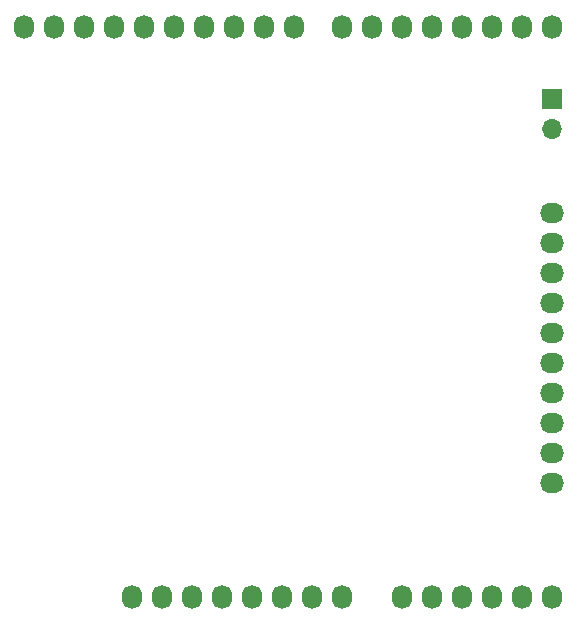
<source format=gbr>
G04 #@! TF.GenerationSoftware,KiCad,Pcbnew,(5.1.9-0-10_14)*
G04 #@! TF.CreationDate,2021-01-31T13:48:18+01:00*
G04 #@! TF.ProjectId,SX1280-Shield,53583132-3830-42d5-9368-69656c642e6b,rev?*
G04 #@! TF.SameCoordinates,Original*
G04 #@! TF.FileFunction,Soldermask,Bot*
G04 #@! TF.FilePolarity,Negative*
%FSLAX46Y46*%
G04 Gerber Fmt 4.6, Leading zero omitted, Abs format (unit mm)*
G04 Created by KiCad (PCBNEW (5.1.9-0-10_14)) date 2021-01-31 13:48:18*
%MOMM*%
%LPD*%
G01*
G04 APERTURE LIST*
%ADD10O,1.700000X1.700000*%
%ADD11R,1.700000X1.700000*%
%ADD12O,2.032000X1.727200*%
%ADD13O,1.727200X2.032000*%
G04 APERTURE END LIST*
D10*
X174498000Y-84201000D03*
D11*
X174498000Y-81661000D03*
D12*
X174498000Y-114173000D03*
X174498000Y-111633000D03*
X174498000Y-109093000D03*
X174498000Y-106553000D03*
X174498000Y-104013000D03*
X174498000Y-101473000D03*
X174498000Y-98933000D03*
X174498000Y-96393000D03*
X174498000Y-93853000D03*
X174498000Y-91313000D03*
D13*
X138938000Y-123825000D03*
X141478000Y-123825000D03*
X144018000Y-123825000D03*
X146558000Y-123825000D03*
X149098000Y-123825000D03*
X151638000Y-123825000D03*
X154178000Y-123825000D03*
X156718000Y-123825000D03*
X161798000Y-123825000D03*
X164338000Y-123825000D03*
X166878000Y-123825000D03*
X169418000Y-123825000D03*
X171958000Y-123825000D03*
X174498000Y-123825000D03*
X129794000Y-75565000D03*
X132334000Y-75565000D03*
X134874000Y-75565000D03*
X137414000Y-75565000D03*
X139954000Y-75565000D03*
X142494000Y-75565000D03*
X145034000Y-75565000D03*
X147574000Y-75565000D03*
X150114000Y-75565000D03*
X152654000Y-75565000D03*
X156718000Y-75565000D03*
X159258000Y-75565000D03*
X161798000Y-75565000D03*
X164338000Y-75565000D03*
X166878000Y-75565000D03*
X169418000Y-75565000D03*
X171958000Y-75565000D03*
X174498000Y-75565000D03*
M02*

</source>
